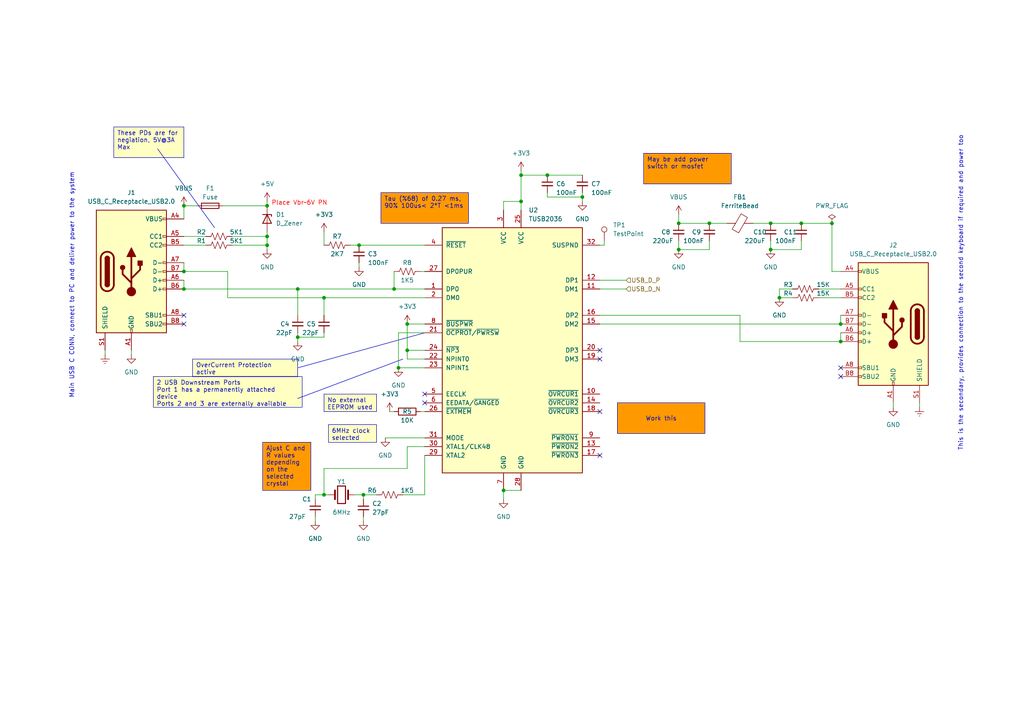
<source format=kicad_sch>
(kicad_sch (version 20230121) (generator eeschema)
  (paper "A4")
  (title_block (company "Embedded Dojo") (comment 1 "imuguruza and hans"))
  (lib_symbols
    (symbol "Connector:TestPoint" (pin_numbers hide) (pin_names (offset 0.762) hide)
      (property "Reference" "TP" (at 0 6.858 0))
      (property "Value" "TestPoint" (at 0 5.08 0))
      (symbol "TestPoint_0_1"
        (circle (center 0 3.302) (radius 0.762))
      )
      (symbol "TestPoint_1_1"
        (pin passive line (at 0 0 90) (length 2.54) (name "1") (number "1"))
      )
    )
    (symbol "Connector:USB_C_Receptacle_USB2.0" (pin_names (offset 1.016))
      (property "Reference" "J" (at -10.16 19.05 0))
      (property "Value" "USB_C_Receptacle_USB2.0" (at 19.05 19.05 0))
      (symbol "USB_C_Receptacle_USB2.0_0_0"
        (rectangle (start -0.254 -17.78) (end 0.254 -16.764))
        (rectangle (start 10.16 -14.986) (end 9.144 -15.494))
        (rectangle (start 10.16 -12.446) (end 9.144 -12.954))
        (rectangle (start 10.16 -4.826) (end 9.144 -5.334))
        (rectangle (start 10.16 -2.286) (end 9.144 -2.794))
        (rectangle (start 10.16 0.254) (end 9.144 -0.254))
        (rectangle (start 10.16 2.794) (end 9.144 2.286))
        (rectangle (start 10.16 7.874) (end 9.144 7.366))
        (rectangle (start 10.16 10.414) (end 9.144 9.906))
        (rectangle (start 10.16 15.494) (end 9.144 14.986))
      )
      (symbol "USB_C_Receptacle_USB2.0_0_1"
        (rectangle (start -10.16 17.78) (end 10.16 -17.78) (stroke (width 0.254)) (fill (type background)))
        (arc (start -8.89 -3.81) (mid -6.985 -5.7067) (end -5.08 -3.81) (stroke (width 0.508)))
        (arc (start -7.62 -3.81) (mid -6.985 -4.4423) (end -6.35 -3.81) (stroke (width 0.254)))
        (arc (start -7.62 -3.81) (mid -6.985 -4.4423) (end -6.35 -3.81) (stroke (width 0.254)) (fill (type outline)))
        (rectangle (start -7.62 -3.81) (end -6.35 3.81) (stroke (width 0.254)) (fill (type outline)))
        (arc (start -6.35 3.81) (mid -6.985 4.4423) (end -7.62 3.81) (stroke (width 0.254)))
        (arc (start -6.35 3.81) (mid -6.985 4.4423) (end -7.62 3.81) (stroke (width 0.254)) (fill (type outline)))
        (arc (start -5.08 3.81) (mid -6.985 5.7067) (end -8.89 3.81) (stroke (width 0.508)))
        (circle (center -2.54 1.143) (radius 0.635) (stroke (width 0.254)) (fill (type outline)))
        (circle (center 0 -5.842) (radius 1.27) (fill (type outline)))
        (polyline (pts (xy -8.89 -3.81) (xy -8.89 3.81)) (stroke (width 0.508)))
        (polyline (pts (xy -5.08 3.81) (xy -5.08 -3.81)) (stroke (width 0.508)))
        (polyline (pts (xy 0 -5.842) (xy 0 4.318)) (stroke (width 0.508)))
        (polyline (pts (xy 0 -3.302) (xy -2.54 -0.762) (xy -2.54 0.508)) (stroke (width 0.508)))
        (polyline (pts (xy 0 -2.032) (xy 2.54 0.508) (xy 2.54 1.778)) (stroke (width 0.508)))
        (polyline (pts (xy -1.27 4.318) (xy 0 6.858) (xy 1.27 4.318) (xy -1.27 4.318)) (stroke (width 0.254)) (fill (type outline)))
        (rectangle (start 1.905 1.778) (end 3.175 3.048) (stroke (width 0.254)) (fill (type outline)))
      )
      (symbol "USB_C_Receptacle_USB2.0_1_1"
        (pin passive line (at 0 -22.86 90) (length 5.08) (name "GND") (number "A1"))
        (pin passive line (at 0 -22.86 90) (length 5.08) hide (name "GND") (number "A12"))
        (pin passive line (at 15.24 15.24 180) (length 5.08) (name "VBUS") (number "A4"))
        (pin bidirectional line (at 15.24 10.16 180) (length 5.08) (name "CC1") (number "A5"))
        (pin bidirectional line (at 15.24 -2.54 180) (length 5.08) (name "D+") (number "A6"))
        (pin bidirectional line (at 15.24 2.54 180) (length 5.08) (name "D-") (number "A7"))
        (pin bidirectional line (at 15.24 -12.7 180) (length 5.08) (name "SBU1") (number "A8"))
        (pin passive line (at 15.24 15.24 180) (length 5.08) hide (name "VBUS") (number "A9"))
        (pin passive line (at 0 -22.86 90) (length 5.08) hide (name "GND") (number "B1"))
        (pin passive line (at 0 -22.86 90) (length 5.08) hide (name "GND") (number "B12"))
        (pin passive line (at 15.24 15.24 180) (length 5.08) hide (name "VBUS") (number "B4"))
        (pin bidirectional line (at 15.24 7.62 180) (length 5.08) (name "CC2") (number "B5"))
        (pin bidirectional line (at 15.24 -5.08 180) (length 5.08) (name "D+") (number "B6"))
        (pin bidirectional line (at 15.24 0 180) (length 5.08) (name "D-") (number "B7"))
        (pin bidirectional line (at 15.24 -15.24 180) (length 5.08) (name "SBU2") (number "B8"))
        (pin passive line (at 15.24 15.24 180) (length 5.08) hide (name "VBUS") (number "B9"))
        (pin passive line (at -7.62 -22.86 90) (length 5.08) (name "SHIELD") (number "S1"))
      )
    )
    (symbol "Device:C_Small" (pin_numbers hide) (pin_names (offset 0.254) hide)
      (property "Reference" "C" (at 0.254 1.778 0))
      (property "Value" "C_Small" (at 0.254 -2.032 0))
      (symbol "C_Small_0_1"
        (polyline (pts (xy -1.524 -0.508) (xy 1.524 -0.508)) (stroke (width 0.3302)))
        (polyline (pts (xy -1.524 0.508) (xy 1.524 0.508)) (stroke (width 0.3048)))
      )
      (symbol "C_Small_1_1"
        (pin passive line (at 0 2.54 270) (length 2.032) (name "~") (number "1"))
        (pin passive line (at 0 -2.54 90) (length 2.032) (name "~") (number "2"))
      )
    )
    (symbol "Device:Crystal" (pin_numbers hide) (pin_names (offset 1.016) hide)
      (property "Reference" "Y" (at 0 3.81 0))
      (property "Value" "Crystal" (at 0 -3.81 0))
      (symbol "Crystal_0_1"
        (rectangle (start -1.143 2.54) (end 1.143 -2.54) (stroke (width 0.3048)))
        (polyline (pts (xy -2.54 0) (xy -1.905 0)))
        (polyline (pts (xy -1.905 -1.27) (xy -1.905 1.27)) (stroke (width 0.508)))
        (polyline (pts (xy 1.905 -1.27) (xy 1.905 1.27)) (stroke (width 0.508)))
        (polyline (pts (xy 2.54 0) (xy 1.905 0)))
      )
      (symbol "Crystal_1_1"
        (pin passive line (at -3.81 0 0) (length 1.27) (name "1") (number "1"))
        (pin passive line (at 3.81 0 180) (length 1.27) (name "2") (number "2"))
      )
    )
    (symbol "Device:D_Zener" (pin_numbers hide) (pin_names (offset 1.016) hide)
      (property "Reference" "D" (at 0 2.54 0))
      (property "Value" "D_Zener" (at 0 -2.54 0))
      (symbol "D_Zener_0_1"
        (polyline (pts (xy 1.27 0) (xy -1.27 0)))
        (polyline (pts (xy -1.27 -1.27) (xy -1.27 1.27) (xy -0.762 1.27)) (stroke (width 0.254)))
        (polyline (pts (xy 1.27 -1.27) (xy 1.27 1.27) (xy -1.27 0) (xy 1.27 -1.27)) (stroke (width 0.254)))
      )
      (symbol "D_Zener_1_1"
        (pin passive line (at -3.81 0 0) (length 2.54) (name "K") (number "1"))
        (pin passive line (at 3.81 0 180) (length 2.54) (name "A") (number "2"))
      )
    )
    (symbol "Device:FerriteBead" (pin_numbers hide) (pin_names (offset 0))
      (property "Reference" "FB" (at -3.81 0.635 90))
      (property "Value" "FerriteBead" (at 3.81 0 90))
      (symbol "FerriteBead_0_1"
        (polyline (pts (xy 0 -1.27) (xy 0 -1.2192)))
        (polyline (pts (xy 0 1.27) (xy 0 1.2954)))
        (polyline (pts (xy -2.7686 0.4064) (xy -1.7018 2.2606) (xy 2.7686 -0.3048) (xy 1.6764 -2.159) (xy -2.7686 0.4064)))
      )
      (symbol "FerriteBead_1_1"
        (pin passive line (at 0 3.81 270) (length 2.54) (name "~") (number "1"))
        (pin passive line (at 0 -3.81 90) (length 2.54) (name "~") (number "2"))
      )
    )
    (symbol "Device:Fuse" (pin_numbers hide) (pin_names (offset 0))
      (property "Reference" "F" (at 2.032 0 90))
      (property "Value" "Fuse" (at -1.905 0 90))
      (symbol "Fuse_0_1"
        (rectangle (start -0.762 -2.54) (end 0.762 2.54) (stroke (width 0.254)))
        (polyline (pts (xy 0 2.54) (xy 0 -2.54)))
      )
      (symbol "Fuse_1_1"
        (pin passive line (at 0 3.81 270) (length 1.27) (name "~") (number "1"))
        (pin passive line (at 0 -3.81 90) (length 1.27) (name "~") (number "2"))
      )
    )
    (symbol "Device:R" (pin_numbers hide) (pin_names (offset 0))
      (property "Reference" "R" (at 2.032 0 90))
      (property "Value" "R" (at 0 0 90))
      (symbol "R_0_1"
        (rectangle (start -1.016 -2.54) (end 1.016 2.54) (stroke (width 0.254)))
      )
      (symbol "R_1_1"
        (pin passive line (at 0 3.81 270) (length 1.27) (name "~") (number "1"))
        (pin passive line (at 0 -3.81 90) (length 1.27) (name "~") (number "2"))
      )
    )
    (symbol "Device:R_US" (pin_numbers hide) (pin_names (offset 0))
      (property "Reference" "R" (at 2.54 0 90))
      (property "Value" "R_US" (at -2.54 0 90))
      (symbol "R_US_0_1"
        (polyline (pts (xy 0 -2.286) (xy 0 -2.54)))
        (polyline (pts (xy 0 2.286) (xy 0 2.54)))
        (polyline (pts (xy 0 -0.762) (xy 1.016 -1.143) (xy 0 -1.524) (xy -1.016 -1.905) (xy 0 -2.286)))
        (polyline (pts (xy 0 0.762) (xy 1.016 0.381) (xy 0 0) (xy -1.016 -0.381) (xy 0 -0.762)))
        (polyline (pts (xy 0 2.286) (xy 1.016 1.905) (xy 0 1.524) (xy -1.016 1.143) (xy 0 0.762)))
      )
      (symbol "R_US_1_1"
        (pin passive line (at 0 3.81 270) (length 1.27) (name "~") (number "1"))
        (pin passive line (at 0 -3.81 90) (length 1.27) (name "~") (number "2"))
      )
    )
    (symbol "Interface_USB:TUSB2036" (pin_names (offset 1.016))
      (property "Reference" "U" (at -19.05 36.83 0))
      (property "Value" "TUSB2036" (at 0 0 0))
      (symbol "TUSB2036_0_1"
        (rectangle (start -20.32 35.56) (end 20.32 -35.56) (stroke (width 0.254)) (fill (type background)))
      )
      (symbol "TUSB2036_1_1"
        (pin bidirectional line (at -25.4 17.78 0) (length 5.08) (name "DP0") (number "1"))
        (pin input line (at 25.4 -12.7 180) (length 5.08) (name "~{OVRCUR1}") (number "10"))
        (pin bidirectional line (at 25.4 17.78 180) (length 5.08) (name "DM1") (number "11"))
        (pin bidirectional line (at 25.4 20.32 180) (length 5.08) (name "DP1") (number "12"))
        (pin output line (at 25.4 -27.94 180) (length 5.08) (name "~{PWRON2}") (number "13"))
        (pin input line (at 25.4 -15.24 180) (length 5.08) (name "~{OVRCUR2}") (number "14"))
        (pin bidirectional line (at 25.4 7.62 180) (length 5.08) (name "DM2") (number "15"))
        (pin bidirectional line (at 25.4 10.16 180) (length 5.08) (name "DP2") (number "16"))
        (pin output line (at 25.4 -30.48 180) (length 5.08) (name "~{PWRON3}") (number "17"))
        (pin input line (at 25.4 -17.78 180) (length 5.08) (name "~{OVRCUR3}") (number "18"))
        (pin bidirectional line (at 25.4 -2.54 180) (length 5.08) (name "DM3") (number "19"))
        (pin bidirectional line (at -25.4 15.24 0) (length 5.08) (name "DM0") (number "2"))
        (pin bidirectional line (at 25.4 0 180) (length 5.08) (name "DP3") (number "20"))
        (pin input line (at -25.4 5.08 0) (length 5.08) (name "~{OCPROT}/~{PWRSW}") (number "21"))
        (pin input line (at -25.4 -2.54 0) (length 5.08) (name "NPINT0") (number "22"))
        (pin input line (at -25.4 -5.08 0) (length 5.08) (name "NPINT1") (number "23"))
        (pin input line (at -25.4 0 0) (length 5.08) (name "~{NP3}") (number "24"))
        (pin power_in line (at 2.54 40.64 270) (length 5.08) (name "VCC") (number "25"))
        (pin input line (at -25.4 -17.78 0) (length 5.08) (name "~{EXTMEM}") (number "26"))
        (pin output line (at -25.4 22.86 0) (length 5.08) (name "DP0PUR") (number "27"))
        (pin power_in line (at 2.54 -40.64 90) (length 5.08) (name "GND") (number "28"))
        (pin output line (at -25.4 -30.48 0) (length 5.08) (name "XTAL2") (number "29"))
        (pin power_in line (at -2.54 40.64 270) (length 5.08) (name "VCC") (number "3"))
        (pin input line (at -25.4 -27.94 0) (length 5.08) (name "XTAL1/CLK48") (number "30"))
        (pin input line (at -25.4 -25.4 0) (length 5.08) (name "MODE") (number "31"))
        (pin output line (at 25.4 30.48 180) (length 5.08) (name "SUSPND") (number "32"))
        (pin input line (at -25.4 30.48 0) (length 5.08) (name "~{RESET}") (number "4"))
        (pin tri_state line (at -25.4 -12.7 0) (length 5.08) (name "EECLK") (number "5"))
        (pin bidirectional line (at -25.4 -15.24 0) (length 5.08) (name "EEDATA/~{GANGED}") (number "6"))
        (pin power_in line (at -2.54 -40.64 90) (length 5.08) (name "GND") (number "7"))
        (pin input line (at -25.4 7.62 0) (length 5.08) (name "~{BUSPWR}") (number "8"))
        (pin output line (at 25.4 -25.4 180) (length 5.08) (name "~{PWRON1}") (number "9"))
      )
    )
    (symbol "power:+3V3" (power) (pin_names (offset 0))
      (property "Value" "+3V3" (at 0 3.556 0))
      (symbol "+3V3_0_1"
        (polyline (pts (xy -0.762 1.27) (xy 0 2.54)))
        (polyline (pts (xy 0 0) (xy 0 2.54)))
        (polyline (pts (xy 0 2.54) (xy 0.762 1.27)))
      )
      (symbol "+3V3_1_1"
        (pin power_in line (at 0 0 90) (length 0) hide (name "+3V3") (number "1"))
      )
    )
    (symbol "power:+5V" (power) (pin_names (offset 0))
      (property "Value" "+5V" (at 0 3.556 0))
      (symbol "+5V_0_1"
        (polyline (pts (xy -0.762 1.27) (xy 0 2.54)))
        (polyline (pts (xy 0 0) (xy 0 2.54)))
        (polyline (pts (xy 0 2.54) (xy 0.762 1.27)))
      )
      (symbol "+5V_1_1"
        (pin power_in line (at 0 0 90) (length 0) hide (name "+5V") (number "1"))
      )
    )
    (symbol "power:Earth" (power) (pin_names (offset 0))
      (symbol "Earth_0_1"
        (polyline (pts (xy -0.635 -1.905) (xy 0.635 -1.905)))
        (polyline (pts (xy -0.127 -2.54) (xy 0.127 -2.54)))
        (polyline (pts (xy 0 -1.27) (xy 0 0)))
        (polyline (pts (xy 1.27 -1.27) (xy -1.27 -1.27)))
      )
      (symbol "Earth_1_1"
        (pin power_in line (at 0 0 270) (length 0) hide (name "Earth") (number "1"))
      )
    )
    (symbol "power:GND" (power) (pin_names (offset 0))
      (property "Value" "GND" (at 0 -3.81 0))
      (symbol "GND_0_1"
        (polyline (pts (xy 0 0) (xy 0 -1.27) (xy 1.27 -1.27) (xy 0 -2.54) (xy -1.27 -1.27) (xy 0 -1.27)))
      )
      (symbol "GND_1_1"
        (pin power_in line (at 0 0 270) (length 0) hide (name "GND") (number "1"))
      )
    )
    (symbol "power:PWR_FLAG" (power) (pin_numbers hide) (pin_names (offset 0) hide)
      (property "Value" "PWR_FLAG" (at 0 3.81 0))
      (symbol "PWR_FLAG_0_0"
        (pin power_out line (at 0 0 90) (length 0) (name "pwr") (number "1"))
      )
      (symbol "PWR_FLAG_0_1"
        (polyline (pts (xy 0 0) (xy 0 1.27) (xy -1.016 1.905) (xy 0 2.54) (xy 1.016 1.905) (xy 0 1.27)))
      )
    )
    (symbol "power:VBUS" (power) (pin_names (offset 0))
      (property "Value" "VBUS" (at 0 3.81 0))
      (symbol "VBUS_0_1"
        (polyline (pts (xy -0.762 1.27) (xy 0 2.54)))
        (polyline (pts (xy 0 0) (xy 0 2.54)))
        (polyline (pts (xy 0 2.54) (xy 0.762 1.27)))
      )
      (symbol "VBUS_1_1"
        (pin power_in line (at 0 0 90) (length 0) hide (name "VBUS") (number "1"))
      )
    )
  )
  (junction (at 118.11 93.98))
  (junction (at 223.52 72.39))
  (junction (at 205.74 64.77))
  (junction (at 115.57 106.68))
  (junction (at 114.3 83.82))
  (junction (at 86.36 97.79))
  (junction (at 196.85 72.39))
  (junction (at 146.05 142.24))
  (junction (at 151.13 50.8))
  (junction (at 158.75 50.8))
  (junction (at 104.14 71.12))
  (junction (at 223.52 64.77))
  (junction (at 243.84 93.98))
  (junction (at 93.98 143.51))
  (junction (at 105.41 143.51))
  (junction (at 151.13 58.42))
  (junction (at 77.47 68.58))
  (junction (at 77.47 59.69))
  (junction (at 77.47 71.12))
  (junction (at 86.36 83.82))
  (junction (at 53.34 59.69))
  (junction (at 196.85 64.77))
  (junction (at 53.34 78.74))
  (junction (at 118.11 101.6))
  (junction (at 232.41 64.77))
  (junction (at 243.84 99.06))
  (junction (at 93.98 86.36))
  (junction (at 168.91 57.15))
  (junction (at 241.3 64.77))
  (junction (at 53.34 83.82))
  (junction (at 226.06 86.36))
  (no_connect (at 243.84 109.22))
  (no_connect (at 123.19 116.84))
  (no_connect (at 173.99 101.6))
  (no_connect (at 173.99 132.08))
  (no_connect (at 53.34 93.98))
  (no_connect (at 123.19 114.3))
  (no_connect (at 243.84 106.68))
  (no_connect (at 173.99 104.14))
  (no_connect (at 53.34 91.44))
  (no_connect (at 173.99 119.38))
  (wire (pts (xy 67.31 71.12) (xy 77.47 71.12)))
  (wire (pts (xy 196.85 64.77) (xy 205.74 64.77)))
  (wire (pts (xy 77.47 68.58) (xy 77.47 71.12)))
  (wire (pts (xy 114.3 83.82) (xy 123.19 83.82)))
  (wire (pts (xy 241.3 78.74) (xy 241.3 64.77)))
  (wire (pts (xy 158.75 55.88) (xy 158.75 57.15)))
  (wire (pts (xy 93.98 91.44) (xy 93.98 86.36)))
  (wire (pts (xy 53.34 76.2) (xy 53.34 78.74)))
  (wire (pts (xy 118.11 101.6) (xy 118.11 93.98)))
  (wire (pts (xy 146.05 142.24) (xy 151.13 142.24)))
  (wire (pts (xy 151.13 49.53) (xy 151.13 50.8)))
  (wire (pts (xy 151.13 50.8) (xy 158.75 50.8)))
  (wire (pts (xy 115.57 96.52) (xy 123.19 96.52)))
  (wire (pts (xy 237.49 83.82) (xy 243.84 83.82)))
  (wire (pts (xy 38.1 101.6) (xy 38.1 102.87)))
  (wire (pts (xy 114.3 78.74) (xy 114.3 83.82)))
  (wire (pts (xy 105.41 143.51) (xy 105.41 144.78)))
  (wire (pts (xy 30.48 101.6) (xy 30.48 102.87)))
  (wire (pts (xy 173.99 93.98) (xy 243.84 93.98)))
  (wire (pts (xy 53.34 83.82) (xy 86.36 83.82)))
  (wire (pts (xy 175.26 71.12) (xy 173.99 71.12)))
  (wire (pts (xy 53.34 59.69) (xy 53.34 63.5)))
  (wire (pts (xy 105.41 143.51) (xy 109.22 143.51)))
  (wire (pts (xy 77.47 58.42) (xy 77.47 59.69)))
  (wire (pts (xy 205.74 64.77) (xy 210.82 64.77)))
  (wire (pts (xy 158.75 50.8) (xy 168.91 50.8)))
  (wire (pts (xy 226.06 86.36) (xy 229.87 86.36)))
  (wire (pts (xy 86.36 83.82) (xy 86.36 91.44)))
  (wire (pts (xy 151.13 50.8) (xy 151.13 58.42)))
  (wire (pts (xy 175.26 71.12) (xy 175.26 69.85)))
  (wire (pts (xy 86.36 97.79) (xy 86.36 99.06)))
  (wire (pts (xy 91.44 149.86) (xy 91.44 151.13)))
  (wire (pts (xy 158.75 57.15) (xy 168.91 57.15)))
  (wire (pts (xy 53.34 78.74) (xy 66.04 78.74)))
  (wire (pts (xy 105.41 149.86) (xy 105.41 151.13)))
  (wire (pts (xy 218.44 64.77) (xy 223.52 64.77)))
  (wire (pts (xy 237.49 86.36) (xy 243.84 86.36)))
  (wire (pts (xy 104.14 71.12) (xy 123.19 71.12)))
  (wire (pts (xy 121.92 78.74) (xy 123.19 78.74)))
  (wire (pts (xy 104.14 76.2) (xy 104.14 77.47)))
  (wire (pts (xy 118.11 129.54) (xy 118.11 135.89)))
  (wire (pts (xy 77.47 67.31) (xy 77.47 68.58)))
  (wire (pts (xy 241.3 78.74) (xy 243.84 78.74)))
  (polyline (pts (xy 116.84 104.14) (xy 86.36 115.57)))
  (wire (pts (xy 93.98 67.31) (xy 93.98 71.12)))
  (wire (pts (xy 115.57 96.52) (xy 115.57 106.68)))
  (wire (pts (xy 123.19 104.14) (xy 118.11 104.14)))
  (wire (pts (xy 93.98 143.51) (xy 91.44 143.51)))
  (polyline (pts (xy 62.23 66.04) (xy 45.72 43.18)))
  (wire (pts (xy 196.85 72.39) (xy 205.74 72.39)))
  (wire (pts (xy 266.7 116.84) (xy 266.7 118.11)))
  (wire (pts (xy 118.11 104.14) (xy 118.11 101.6)))
  (wire (pts (xy 223.52 64.77) (xy 232.41 64.77)))
  (wire (pts (xy 226.06 83.82) (xy 226.06 86.36)))
  (wire (pts (xy 173.99 81.28) (xy 181.61 81.28)))
  (wire (pts (xy 53.34 59.69) (xy 57.15 59.69)))
  (wire (pts (xy 113.03 119.38) (xy 114.3 119.38)))
  (wire (pts (xy 86.36 97.79) (xy 93.98 97.79)))
  (polyline (pts (xy 123.19 96.52) (xy 86.36 106.68)))
  (wire (pts (xy 123.19 132.08) (xy 123.19 143.51)))
  (wire (pts (xy 151.13 60.96) (xy 151.13 58.42)))
  (wire (pts (xy 205.74 69.85) (xy 205.74 72.39)))
  (wire (pts (xy 214.63 99.06) (xy 243.84 99.06)))
  (wire (pts (xy 93.98 86.36) (xy 123.19 86.36)))
  (wire (pts (xy 146.05 142.24) (xy 146.05 144.78)))
  (wire (pts (xy 102.87 143.51) (xy 105.41 143.51)))
  (wire (pts (xy 53.34 68.58) (xy 59.69 68.58)))
  (wire (pts (xy 259.08 116.84) (xy 259.08 118.11)))
  (wire (pts (xy 121.92 119.38) (xy 123.19 119.38)))
  (wire (pts (xy 118.11 93.98) (xy 123.19 93.98)))
  (wire (pts (xy 123.19 101.6) (xy 118.11 101.6)))
  (wire (pts (xy 123.19 143.51) (xy 116.84 143.51)))
  (wire (pts (xy 64.77 59.69) (xy 77.47 59.69)))
  (wire (pts (xy 168.91 55.88) (xy 168.91 57.15)))
  (wire (pts (xy 243.84 96.52) (xy 243.84 99.06)))
  (wire (pts (xy 111.76 127) (xy 123.19 127)))
  (wire (pts (xy 86.36 83.82) (xy 114.3 83.82)))
  (wire (pts (xy 232.41 69.85) (xy 232.41 72.39)))
  (wire (pts (xy 173.99 83.82) (xy 181.61 83.82)))
  (wire (pts (xy 53.34 71.12) (xy 59.69 71.12)))
  (wire (pts (xy 66.04 86.36) (xy 66.04 78.74)))
  (wire (pts (xy 93.98 96.52) (xy 93.98 97.79)))
  (wire (pts (xy 196.85 69.85) (xy 196.85 72.39)))
  (wire (pts (xy 101.6 71.12) (xy 104.14 71.12)))
  (wire (pts (xy 214.63 99.06) (xy 214.63 91.44)))
  (wire (pts (xy 196.85 62.23) (xy 196.85 64.77)))
  (wire (pts (xy 91.44 143.51) (xy 91.44 144.78)))
  (wire (pts (xy 86.36 96.52) (xy 86.36 97.79)))
  (wire (pts (xy 77.47 71.12) (xy 77.47 72.39)))
  (wire (pts (xy 93.98 135.89) (xy 118.11 135.89)))
  (wire (pts (xy 53.34 81.28) (xy 53.34 83.82)))
  (wire (pts (xy 241.3 64.77) (xy 232.41 64.77)))
  (wire (pts (xy 93.98 143.51) (xy 95.25 143.51)))
  (wire (pts (xy 223.52 72.39) (xy 232.41 72.39)))
  (wire (pts (xy 123.19 129.54) (xy 118.11 129.54)))
  (wire (pts (xy 173.99 91.44) (xy 214.63 91.44)))
  (wire (pts (xy 93.98 135.89) (xy 93.98 143.51)))
  (wire (pts (xy 229.87 83.82) (xy 226.06 83.82)))
  (wire (pts (xy 146.05 58.42) (xy 151.13 58.42)))
  (wire (pts (xy 223.52 69.85) (xy 223.52 72.39)))
  (wire (pts (xy 243.84 91.44) (xy 243.84 93.98)))
  (wire (pts (xy 115.57 106.68) (xy 123.19 106.68)))
  (wire (pts (xy 66.04 86.36) (xy 93.98 86.36)))
  (wire (pts (xy 168.91 57.15) (xy 168.91 58.42)))
  (wire (pts (xy 67.31 68.58) (xy 77.47 68.58)))
  (wire (pts (xy 146.05 58.42) (xy 146.05 60.96)))
  (text_box "2 USB Downstream Ports\nPort 1 has a permanently attached device\nPorts 2 and 3 are externally available" (at 44.45 109.22 0) (size 43.18 8.89) (fill (type color) (color 255 255 194 1)) (effects (font (size 1.27 1.27)) (justify left top)))
  (text_box "May be add power switch or mosfet" (at 186.69 44.45 0) (size 25.4 8.89) (fill (type color) (color 255 153 0 1)) (effects (font (size 1.27 1.27)) (justify left top)))
  (text_box "OverCurrent Protection active" (at 55.88 104.14 0) (size 30.48 5.08) (fill (type color) (color 255 255 194 1)) (effects (font (size 1.27 1.27)) (justify left top)))
  (text_box "No external EEPROM used" (at 93.98 114.3 0) (size 15.24 5.08) (fill (type color) (color 255 255 194 1)) (effects (font (size 1.27 1.27)) (justify left top)))
  (text_box "These PDs are for negiation, 5V@3A Max" (at 33.02 36.83 0) (size 20.32 8.89) (fill (type color) (color 255 255 194 1)) (effects (font (size 1.27 1.27)) (justify left top)))
  (text_box "Ajust C and R values depending on the selected crystal" (at 76.2 128.27 0) (size 13.97 13.97) (fill (type color) (color 255 153 0 1)) (effects (font (size 1.27 1.27)) (justify left top)))
  (text_box "Work this" (at 179.07 116.84 0) (size 25.4 8.89) (fill (type color) (color 255 153 0 1)) (effects (font (size 1.27 1.27))))
  (text_box "Tau (%68) of 0.27 ms,\n90% 100us< 2*T <1ms" (at 110.49 55.88 0) (size 25.4 8.89) (fill (type color) (color 255 153 0 1)) (effects (font (size 1.27 1.27)) (justify left top)))
  (text_box "6MHz clock selected" (at 95.25 123.19 0) (size 13.97 5.08) (fill (type color) (color 255 255 194 1)) (effects (font (size 1.27 1.27)) (justify left top)))
  (text "Main USB C CONN, connect to PC and deliver power to the system" (at 21.59 115.57 90) (effects (font (size 1.27 1.27)) (justify left bottom)))
  (text "This is the secondary, provides connection to the second keyboard if required and power too" (at 279.4 130.81 90) (effects (font (size 1.27 1.27)) (justify left bottom)))
  (text "Place Vbr~6V PN" (at 78.74 59.69 0) (effects (font (size 1.27 1.27)) (justify left bottom)))
  (hierarchical_label "USB_D_N" (shape input) (at 181.61 83.82 0))
  (hierarchical_label "USB_D_P" (shape input) (at 181.61 81.28 0))
  (symbol (lib_id "power:GND") (at 196.85 72.39 0) (unit 1)
    (property "Reference" "#PWR07" (effects hide))
    (property "Value" "GND" (at 196.85 77.47 0))
  )
  (symbol (lib_id "Device:C_Small") (at 168.91 53.34 0) (unit 1)
    (property "Reference" "C7" (at 171.45 53.34 0) (effects (justify left)))
    (property "Value" "100nF" (at 171.45 55.88 0) (effects (justify left)))
    (property "Footprint" "Capacitor_SMD:C_0402_1005Metric" (effects hide))
  )
  (symbol (lib_id "power:GND") (at 38.1 102.87 0) (unit 1)
    (property "Reference" "#PWR01" (effects hide))
    (property "Value" "GND" (at 38.1 107.95 0))
  )
  (symbol (lib_id "power:GND") (at 115.57 106.68 0) (unit 1)
    (property "Reference" "#PWR022" (effects hide))
    (property "Value" "GND" (at 115.57 111.76 0))
  )
  (symbol (lib_id "power:GND") (at 111.76 127 0) (unit 1)
    (property "Reference" "#PWR014" (effects hide))
    (property "Value" "GND" (at 111.76 132.08 0))
  )
  (symbol (lib_id "power:+3V3") (at 113.03 119.38 0) (unit 1)
    (property "Reference" "#PWR013" (effects hide))
    (property "Value" "+3V3" (at 113.03 114.3 0))
  )
  (symbol (lib_id "power:GND") (at 105.41 151.13 0) (unit 1)
    (property "Reference" "#PWR016" (effects hide))
    (property "Value" "GND" (at 105.41 156.21 0))
  )
  (symbol (lib_id "Connector:USB_C_Receptacle_USB2.0") (at 38.1 78.74 0) (unit 1)
    (property "Reference" "J1" (at 38.1 55.88 0))
    (property "Value" "USB_C_Receptacle_USB2.0" (at 38.1 58.42 0))
    (property "Datasheet" "https://www.usb.org/sites/default/files/documents/usb_type-c.zip" (effects hide))
  )
  (symbol (lib_id "Device:R_US") (at 118.11 78.74 270) (unit 1)
    (property "Reference" "R8" (at 118.11 76.2 90))
    (property "Value" "1K5" (at 118.11 81.28 90))
    (property "Footprint" "Resistor_SMD:R_0402_1005Metric" (effects hide))
  )
  (symbol (lib_id "Device:R_US") (at 97.79 71.12 90) (unit 1)
    (property "Reference" "R7" (at 97.79 68.58 90))
    (property "Value" "2K7" (at 97.79 73.66 90))
    (property "Footprint" "Resistor_SMD:R_0402_1005Metric" (effects hide))
  )
  (symbol (lib_id "Device:R") (at 118.11 119.38 90) (unit 1)
    (property "Reference" "R5" (at 118.11 119.38 90))
    (property "Value" "10K" (at 118.11 121.92 90))
    (property "Footprint" "Resistor_SMD:R_0402_1005Metric" (effects hide))
  )
  (symbol (lib_id "Device:Crystal") (at 99.06 143.51 180) (unit 1)
    (property "Reference" "Y1" (at 99.06 139.7 0))
    (property "Value" "6MHz" (at 99.06 148.59 0))
  )
  (symbol (lib_id "power:Earth") (at 266.7 118.11 0) (unit 1)
    (property "Reference" "#PWR03" (effects hide))
    (property "Value" "Earth" (effects hide))
  )
  (symbol (lib_id "Device:C_Small") (at 205.74 67.31 0) (unit 1)
    (property "Reference" "C9" (at 200.66 67.31 0) (effects (justify left)))
    (property "Value" "100nF" (at 198.12 69.85 0) (effects (justify left)))
    (property "Footprint" "Capacitor_SMD:C_0402_1005Metric" (effects hide))
  )
  (symbol (lib_id "Device:R_US") (at 63.5 68.58 90) (unit 1)
    (property "Reference" "R2" (at 58.42 67.31 90))
    (property "Value" "5K1" (at 68.58 67.31 90))
    (property "Footprint" "Resistor_SMD:R_0402_1005Metric" (effects hide))
  )
  (symbol (lib_id "power:PWR_FLAG") (at 241.3 64.77 0) (unit 1)
    (property "Reference" "#FLG01" (effects hide))
    (property "Value" "PWR_FLAG" (at 241.3 59.69 0))
  )
  (symbol (lib_id "power:GND") (at 91.44 151.13 0) (unit 1)
    (property "Reference" "#PWR015" (effects hide))
    (property "Value" "GND" (at 91.44 156.21 0))
  )
  (symbol (lib_id "Device:D_Zener") (at 77.47 63.5 270) (unit 1)
    (property "Reference" "D1" (at 80.01 62.23 90) (effects (justify left)))
    (property "Value" "D_Zener" (at 80.01 64.77 90) (effects (justify left)))
  )
  (symbol (lib_id "power:GND") (at 168.91 58.42 0) (unit 1)
    (property "Reference" "#PWR021" (effects hide))
    (property "Value" "GND" (at 168.91 63.5 0))
  )
  (symbol (lib_id "Connector:TestPoint") (at 175.26 69.85 0) (unit 1)
    (property "Reference" "TP1" (at 177.8 65.278 0) (effects (justify left)))
    (property "Value" "TestPoint" (at 177.8 67.818 0) (effects (justify left)))
    (property "Footprint" "TestPoint:TestPoint_Pad_1.0x1.0mm" (effects hide))
  )
  (symbol (lib_id "power:GND") (at 223.52 72.39 0) (unit 1)
    (property "Reference" "#PWR08" (effects hide))
    (property "Value" "GND" (at 223.52 77.47 0))
  )
  (symbol (lib_id "power:GND") (at 146.05 144.78 0) (unit 1)
    (property "Reference" "#PWR011" (effects hide))
    (property "Value" "GND" (at 146.05 149.86 0))
  )
  (symbol (lib_id "Device:R_US") (at 233.68 83.82 90) (unit 1)
    (property "Reference" "R3" (at 228.6 82.55 90))
    (property "Value" "15K" (at 238.76 82.55 90))
    (property "Footprint" "Resistor_SMD:R_0402_1005Metric" (effects hide))
  )
  (symbol (lib_id "Connector:USB_C_Receptacle_USB2.0") (at 259.08 93.98 0) (mirror y) (unit 1)
    (property "Reference" "J2" (at 259.08 71.12 0))
    (property "Value" "USB_C_Receptacle_USB2.0" (at 259.08 73.66 0))
    (property "Datasheet" "https://www.usb.org/sites/default/files/documents/usb_type-c.zip" (effects hide))
  )
  (symbol (lib_id "Device:FerriteBead") (at 214.63 64.77 90) (unit 1)
    (property "Reference" "FB1" (at 214.5792 57.15 90))
    (property "Value" "FerriteBead" (at 214.5792 59.69 90))
  )
  (symbol (lib_id "power:VBUS") (at 196.85 62.23 0) (unit 1)
    (property "Reference" "#PWR023" (effects hide))
    (property "Value" "VBUS" (at 196.85 57.15 0))
  )
  (symbol (lib_id "Device:R_US") (at 63.5 71.12 90) (unit 1)
    (property "Reference" "R1" (at 58.42 69.85 90))
    (property "Value" "5K1" (at 68.58 69.85 90))
    (property "Footprint" "Resistor_SMD:R_0402_1005Metric" (effects hide))
  )
  (symbol (lib_id "Device:C_Small") (at 196.85 67.31 0) (unit 1)
    (property "Reference" "C8" (at 191.77 67.31 0) (effects (justify left)))
    (property "Value" "220uF" (at 189.23 69.85 0) (effects (justify left)))
    (property "Footprint" "Capacitor_SMD:C_1206_3216Metric" (effects hide))
  )
  (symbol (lib_id "Device:Fuse") (at 60.96 59.69 90) (unit 1)
    (property "Reference" "F1" (at 60.96 54.61 90))
    (property "Value" "Fuse" (at 60.96 57.15 90))
  )
  (symbol (lib_id "Device:C_Small") (at 91.44 147.32 0) (unit 1)
    (property "Reference" "C1" (at 87.63 144.78 0) (effects (justify left)))
    (property "Value" "27pF" (at 83.82 149.86 0) (effects (justify left)))
    (property "Footprint" "Capacitor_SMD:C_0402_1005Metric" (effects hide))
  )
  (symbol (lib_id "Device:C_Small") (at 223.52 67.31 0) (unit 1)
    (property "Reference" "C10" (at 218.44 67.31 0) (effects (justify left)))
    (property "Value" "220uF" (at 215.9 69.85 0) (effects (justify left)))
    (property "Footprint" "Capacitor_SMD:C_1206_3216Metric" (effects hide))
  )
  (symbol (lib_id "power:+5V") (at 77.47 58.42 0) (unit 1)
    (property "Reference" "#PWR05" (effects hide))
    (property "Value" "+5V" (at 77.47 53.34 0))
  )
  (symbol (lib_id "power:+3V3") (at 118.11 93.98 0) (unit 1)
    (property "Reference" "#PWR019" (effects hide))
    (property "Value" "+3V3" (at 118.11 88.9 0))
  )
  (symbol (lib_id "Device:C_Small") (at 104.14 73.66 0) (unit 1)
    (property "Reference" "C3" (at 106.68 73.66 0) (effects (justify left)))
    (property "Value" "100nF" (at 106.68 76.2 0) (effects (justify left)))
    (property "Footprint" "Capacitor_SMD:C_0402_1005Metric" (effects hide))
  )
  (symbol (lib_id "Device:C_Small") (at 93.98 93.98 0) (unit 1)
    (property "Reference" "C5" (at 88.9 93.98 0) (effects (justify left)))
    (property "Value" "22pF" (at 87.63 96.52 0) (effects (justify left)))
    (property "Footprint" "Capacitor_SMD:C_0402_1005Metric" (effects hide))
  )
  (symbol (lib_id "Device:C_Small") (at 158.75 53.34 0) (unit 1)
    (property "Reference" "C6" (at 161.29 53.34 0) (effects (justify left)))
    (property "Value" "100nF" (at 161.29 55.88 0) (effects (justify left)))
    (property "Footprint" "Capacitor_SMD:C_0402_1005Metric" (effects hide))
  )
  (symbol (lib_id "Device:C_Small") (at 232.41 67.31 0) (unit 1)
    (property "Reference" "C11" (at 227.33 67.31 0) (effects (justify left)))
    (property "Value" "100nF" (at 224.79 69.85 0) (effects (justify left)))
    (property "Footprint" "Capacitor_SMD:C_0402_1005Metric" (effects hide))
  )
  (symbol (lib_id "Device:C_Small") (at 105.41 147.32 0) (unit 1)
    (property "Reference" "C2" (at 107.95 146.0563 0) (effects (justify left)))
    (property "Value" "27pF" (at 107.95 148.5963 0) (effects (justify left)))
    (property "Footprint" "Capacitor_SMD:C_0402_1005Metric" (effects hide))
  )
  (symbol (lib_id "power:+3V3") (at 93.98 67.31 0) (unit 1)
    (property "Reference" "#PWR017" (effects hide))
    (property "Value" "+3V3" (at 93.98 62.23 0))
  )
  (symbol (lib_id "power:GND") (at 259.08 118.11 0) (unit 1)
    (property "Reference" "#PWR02" (effects hide))
    (property "Value" "GND" (at 259.08 123.19 0))
  )
  (symbol (lib_id "power:GND") (at 104.14 77.47 0) (unit 1)
    (property "Reference" "#PWR018" (effects hide))
    (property "Value" "GND" (at 104.14 82.55 0))
  )
  (symbol (lib_id "Device:R_US") (at 233.68 86.36 90) (unit 1)
    (property "Reference" "R4" (at 228.6 85.09 90))
    (property "Value" "15K" (at 238.76 85.09 90))
    (property "Footprint" "Resistor_SMD:R_0402_1005Metric" (effects hide))
  )
  (symbol (lib_id "power:+3V3") (at 151.13 49.53 0) (unit 1)
    (property "Reference" "#PWR09" (effects hide))
    (property "Value" "+3V3" (at 151.13 44.45 0))
  )
  (symbol (lib_id "power:Earth") (at 30.48 102.87 0) (unit 1)
    (property "Reference" "#PWR04" (effects hide))
    (property "Value" "Earth" (effects hide))
  )
  (symbol (lib_id "Interface_USB:TUSB2036") (at 148.59 101.6 0) (unit 1)
    (property "Reference" "U2" (at 153.3241 60.96 0) (effects (justify left)))
    (property "Value" "TUSB2036" (at 153.3241 63.5 0) (effects (justify left)))
    (property "Footprint" "Package_QFP:LQFP-32_7x7mm_P0.8mm" (effects hide))
    (property "Datasheet" "http://www.ti.com/lit/ds/symlink/tusb2036.pdf" (effects hide))
  )
  (symbol (lib_id "Device:C_Small") (at 86.36 93.98 0) (unit 1)
    (property "Reference" "C4" (at 81.28 93.98 0) (effects (justify left)))
    (property "Value" "22pF" (at 80.01 96.52 0) (effects (justify left)))
    (property "Footprint" "Capacitor_SMD:C_0402_1005Metric" (effects hide))
  )
  (symbol (lib_id "power:GND") (at 77.47 72.39 0) (unit 1)
    (property "Reference" "#PWR06" (effects hide))
    (property "Value" "GND" (at 77.47 77.47 0))
  )
  (symbol (lib_id "power:GND") (at 226.06 86.36 0) (unit 1)
    (property "Reference" "#PWR010" (effects hide))
    (property "Value" "GND" (at 226.06 91.44 0))
  )
  (symbol (lib_id "power:VBUS") (at 53.34 59.69 0) (unit 1)
    (property "Reference" "#PWR012" (effects hide))
    (property "Value" "VBUS" (at 53.34 54.61 0))
  )
  (symbol (lib_id "power:GND") (at 86.36 99.06 0) (unit 1)
    (property "Reference" "#PWR020" (effects hide))
    (property "Value" "GND" (at 86.36 104.14 0))
  )
  (symbol (lib_id "Device:R_US") (at 113.03 143.51 90) (unit 1)
    (property "Reference" "R6" (at 107.95 142.24 90))
    (property "Value" "1K5" (at 118.11 142.24 90))
    (property "Footprint" "Resistor_SMD:R_0402_1005Metric" (effects hide))
  )
)
</source>
